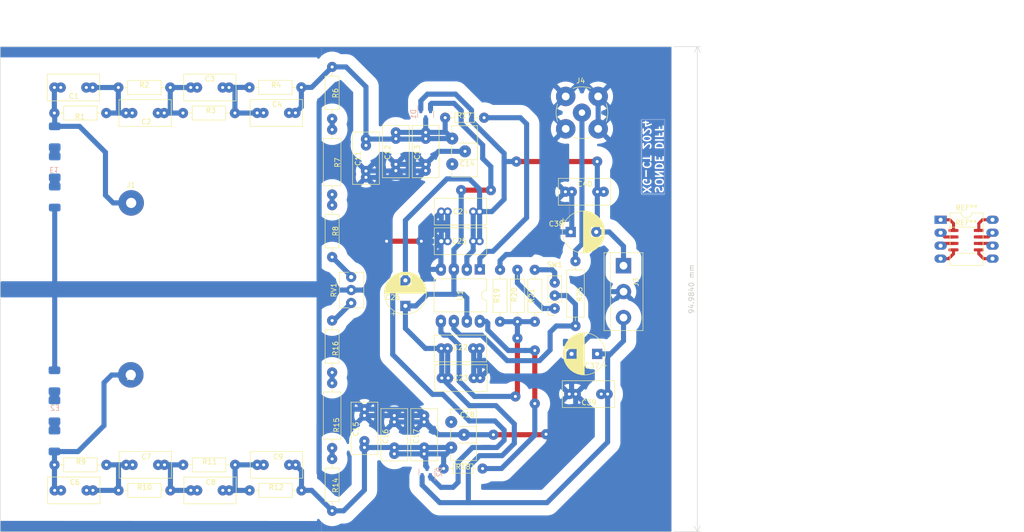
<source format=kicad_pcb>
(kicad_pcb (version 20221018) (generator pcbnew)
  (layers (0 "F.Cu" signal) (31 "B.Cu" signal) (34 "B.Paste" user) (35 "F.Paste" user) (36 "B.SilkS" user "B.Silkscreen") (37 "F.SilkS" user "F.Silkscreen") (38 "B.Mask" user) (39 "F.Mask" user) (44 "Edge.Cuts" user))
  (net 0 "")
  (net 1 "Net-(J1-Pin_1)")
  (net 2 "Net-(C1-Pad2)")
  (net 3 "Net-(C2-Pad2)")
  (net 4 "Net-(C3-Pad2)")
  (net 5 "Net-(C15-Pad1)")
  (net 6 "Net-(C11-Pad1)")
  (net 7 "Net-(J2-Pin_1)")
  (net 8 "Net-(C6-Pad2)")
  (net 9 "Net-(C7-Pad2)")
  (net 10 "Net-(C8-Pad2)")
  (net 11 "GNDPWR")
  (net 12 "VCC")
  (net 13 "VEE")
  (net 14 "Net-(J4-In)")
  (net 15 "Net-(R6-Pad2)")
  (net 16 "Net-(R7-Pad2)")
  (net 17 "Net-(R8-Pad2)")
  (net 18 "Net-(R14-Pad2)")
  (net 19 "Net-(R15-Pad2)")
  (net 20 "Net-(R16-Pad2)")
  (net 21 "Net-(U1-+)")
  (net 22 "Net-(U1--)")
  (net 23 "Net-(U1-FB)")
  (net 24 "Net-(SW1A-A)")
  (net 25 "Net-(SW1A-C)")
  (net 26 "Net-(SW1A-B)")
  (footprint "Connector_PinSocket_2.54mm:PinSocket_1x03_P2.54mm_Vertical" (layer "F.Cu") (at 158.496 119.38 180)
    (fp_text reference "SW1")
    (fp_text value "SW_DPDT_x2" hide)
  )
  (footprint "Resistor_THT:R_Axial_DIN0207_L6.3mm_D2.5mm_P10.16mm_Horizontal" (layer "F.Cu") (at 85.8 150)
    (fp_text reference "R11")
    (fp_text value "1M")
  )
  (footprint "Connector_Coaxial:BNC_TEConnectivity_1478204_Vertical" (layer "F.Cu") (at 163.825 81.025)
    (fp_text reference "J4")
    (fp_text value "Conn_Coaxial" hide)
  )
  (footprint "Package_SO:SOIC-8_3.9x4.9mm_P1.27mm" (layer "F.Cu") (at 239 106)
    (fp_text reference "REF**")
    (fp_text value "SOIC-8_3.9x4.9mm_P1.27mm")
  )
  (footprint "Capacitor_THT:C_Rect_L10.0mm_W5.0mm_P5.00mm_P7.50mm" (layer "F.Cu") (at 60.65 155)
    (fp_text reference "C6")
    (fp_text value "10p")
  )
  (footprint "Resistor_THT:R_Axial_DIN0204_L3.6mm_D1.6mm_P7.62mm_Horizontal" (layer "F.Cu") (at 137.064 82.016)
    (fp_text reference "R17")
    (fp_text value "1500")
  )
  (footprint "Resistor_THT:R_Axial_DIN0207_L6.3mm_D2.5mm_P10.16mm_Horizontal" (layer "F.Cu") (at 114.95 99.15 -90)
    (fp_text reference "R8")
    (fp_text value "64")
  )
  (footprint "Potentiometer_THT:Potentiometer_ACP_CA9-H2,5_Horizontal" (layer "F.Cu") (at 138.25 141.6)
    (fp_text reference "C18")
    (fp_text value "8p")
  )
  (footprint "Resistor_THT:R_Axial_DIN0207_L6.3mm_D2.5mm_P10.16mm_Horizontal" (layer "F.Cu") (at 114.95 72.07 -90)
    (fp_text reference "R6")
    (fp_text value "15k")
  )
  (footprint "Resistor_THT:R_Axial_DIN0207_L6.3mm_D2.5mm_P10.16mm_Horizontal" (layer "F.Cu") (at 114.95 159 90)
    (fp_text reference "R14")
    (fp_text value "15k")
  )
  (footprint "Capacitor_THT:CP_Radial_D8.0mm_P5.00mm" (layer "F.Cu") (at 129.286 118.872 90)
    (fp_text reference "C26")
    (fp_text value "4.7u")
  )
  (footprint "Resistor_THT:R_Axial_DIN0207_L6.3mm_D2.5mm_P10.16mm_Horizontal" (layer "F.Cu") (at 73.12 76.1)
    (fp_text reference "R2")
    (fp_text value "1M")
  )
  (footprint "Resistor_THT:R_Axial_DIN0207_L6.3mm_D2.5mm_P10.16mm_Horizontal" (layer "F.Cu") (at 73.15 155)
    (fp_text reference "R10")
    (fp_text value "1M")
  )
  (footprint "Capacitor_THT:C_Rect_L10.0mm_W5.0mm_P5.00mm_P7.50mm" (layer "F.Cu") (at 143.8 100.4 180)
    (fp_text reference "C24")
    (fp_text value "100p")
  )
  (footprint "Capacitor_THT:CP_Radial_D8.0mm_P5.00mm" (layer "F.Cu") (at 166.798 128.27 180)
    (fp_text reference "C37")
    (fp_text value "10u")
  )
  (footprint "Resistor_THT:R_Axial_DIN0207_L6.3mm_D2.5mm_P10.16mm_Horizontal" (layer "F.Cu") (at 114.95 131.9 90)
    (fp_text reference "R16")
    (fp_text value "64")
  )
  (footprint "Resistor_THT:R_Axial_DIN0207_L6.3mm_D2.5mm_P10.16mm_Horizontal" (layer "F.Cu") (at 154.6 121.96 90)
    (fp_text reference "R21")
    (fp_text value "105000")
  )
  (footprint "Capacitor_THT:C_Rect_L10.0mm_W5.0mm_P5.00mm_P7.50mm" (layer "F.Cu") (at 121.27 146.6 90)
    (fp_text reference "C15")
    (fp_text value "470p")
  )
  (footprint "Resistor_THT:R_Axial_DIN0309_L9.0mm_D3.2mm_P12.70mm_Horizontal" (layer "F.Cu") (at 162.56 122.8 90)
    (fp_text reference "R25")
    (fp_text value "50")
  )
  (footprint "Capacitor_THT:C_Rect_L10.0mm_W5.0mm_P5.00mm_P7.50mm" (layer "F.Cu") (at 121.57 86.2 -90)
    (fp_text reference "C11")
    (fp_text value "470p")
  )
  (footprint "Xg_lib_pcb:PIN_3mm" (layer "F.Cu") (at 75.55 132.375)
    (fp_text reference "J2")
    (fp_text value "Conn_01x01" hide)
  )
  (footprint "Capacitor_THT:C_Rect_L10.0mm_W5.0mm_P5.00mm_P7.50mm" (layer "F.Cu") (at 100.3 150)
    (fp_text reference "C9")
    (fp_text value "10p")
  )
  (footprint "Resistor_THT:R_Axial_DIN0309_L9.0mm_D3.2mm_P12.70mm_Horizontal" (layer "F.Cu") (at 114.95 146.7 90)
    (fp_text reference "R15")
    (fp_text value "2.2k")
  )
  (footprint "Resistor_THT:R_Axial_DIN0207_L6.3mm_D2.5mm_P10.16mm_Horizontal" (layer "F.Cu") (at 60.6 81.1)
    (fp_text reference "R1")
    (fp_text value "1M")
  )
  (footprint "Resistor_THT:R_Axial_DIN0207_L6.3mm_D2.5mm_P10.16mm_Horizontal" (layer "F.Cu") (at 147.8 111.8 -90)
    (fp_text reference "R19")
    (fp_text value "5000")
  )
  (footprint "Potentiometer_THT:Potentiometer_Bourns_3266Y_Vertical" (layer "F.Cu") (at 118.675 113.225 90)
    (fp_text reference "RV1")
    (fp_text value "2K")
  )
  (footprint "Capacitor_THT:C_Rect_L10.0mm_W5.0mm_P5.00mm_P7.50mm" (layer "F.Cu") (at 160.588 96.52)
    (fp_text reference "C40")
    (fp_text value "100n")
  )
  (footprint "Capacitor_THT:C_Rect_L10.0mm_W5.0mm_P5.00mm_P7.50mm" (layer "F.Cu") (at 133.254 84.89 -90)
    (fp_text reference "C13")
    (fp_text value "22p")
  )
  (footprint "Capacitor_THT:C_Rect_L10.0mm_W5.0mm_P5.00mm_P7.50mm" (layer "F.Cu") (at 168.85 136.144 180)
    (fp_text reference "C39")
    (fp_text value "100n")
  )
  (footprint "Resistor_THT:R_Axial_DIN0204_L3.6mm_D1.6mm_P7.62mm_Horizontal" (layer "F.Cu") (at 136.764 150.724)
    (fp_text reference "R18")
    (fp_text value "1500")
  )
  (footprint "Xg_lib_pcb:PIN_3mm" (layer "F.Cu") (at 50.625 83.7)
    (fp_text reference "J1")
    (fp_text value "Conn_01x01" hide)
  )
  (footprint "Capacitor_THT:C_Rect_L10.0mm_W5.0mm_P5.00mm_P7.50mm" (layer "F.Cu") (at 127.412 84.89 -90)
    (fp_text reference "C12")
    (fp_text value "47p")
  )
  (footprint "Capacitor_THT:C_Rect_L10.0mm_W5.0mm_P5.00mm_P7.50mm" (layer "F.Cu") (at 132.954 147.85 90)
    (fp_text reference "C17")
    (fp_text value "22p")
  )
  (footprint "Capacitor_THT:C_Rect_L10.0mm_W5.0mm_P5.00mm_P7.50mm" (layer "F.Cu") (at 87.3 155)
    (fp_text reference "C8")
    (fp_text value "10p")
  )
  (footprint "Capacitor_THT:C_Rect_L10.0mm_W5.0mm_P5.00mm_P7.50mm" (layer "F.Cu") (at 60.6 76.1)
    (fp_text reference "C1")
    (fp_text value "10p")
  )
  (footprint "Resistor_THT:R_Axial_DIN0207_L6.3mm_D2.5mm_P10.16mm_Horizontal" (layer "F.Cu") (at 98.77 76.075)
    (fp_text reference "R4")
    (fp_text value "1M")
  )
  (footprint "Resistor_THT:R_Axial_DIN0207_L6.3mm_D2.5mm_P10.16mm_Horizontal" (layer "F.Cu") (at 60.62 150)
    (fp_text reference "R9")
    (fp_text value "1M")
  )
  (footprint "Capacitor_THT:C_Rect_L10.0mm_W5.0mm_P5.00mm_P7.50mm" (layer "F.Cu") (at 87.275 76.1)
    (fp_text reference "C3")
    (fp_text value "10p")
  )
  (footprint "TerminalBlock:TerminalBlock_bornier-3_P5.08mm" (layer "F.Cu") (at 171.958 110.998 -90)
    (fp_text reference "J3")
    (fp_text value "Conn_01x03" hide)
  )
  (footprint "Capacitor_THT:C_Rect_L10.0mm_W5.0mm_P5.00mm_P7.50mm" (layer "F.Cu") (at 143.8 106.2 180)
    (fp_text reference "C25")
    (fp_text value "100n")
  )
  (footprint "Resistor_THT:R_Axial_DIN0207_L6.3mm_D2.5mm_P10.16mm_Horizontal" (layer "F.Cu") (at 98.795 155)
    (fp_text reference "R12")
    (fp_text value "1M")
  )
  (footprint "Resistor_THT:R_Axial_DIN0207_L6.3mm_D2.5mm_P10.16mm_Horizontal" (layer "F.Cu") (at 85.77 81.1)
    (fp_text reference "R3")
    (fp_text value "1M")
  )
  (footprint "Package_DIP:DIP-8_W10.16mm_LongPads" (layer "F.Cu") (at 234 102)
    (fp_text reference "REF**")
    (fp_text value "DIP-8_W10.16mm_LongPads")
  )
  (footprint "Capacitor_THT:C_Rect_L10.0mm_W5.0mm_P5.00mm_P7.50mm" (layer "F.Cu") (at 136.4 133)
    (fp_text reference "C23")
    (fp_text value "100p")
  )
  (footprint "Capacitor_THT:C_Rect_L10.0mm_W5.0mm_P5.00mm_P7.50mm" (layer "F.Cu") (at 100.275 81.075)
    (fp_text reference "C4")
    (fp_text value "10p")
  )
  (footprint "Resistor_THT:R_Axial_DIN0309_L9.0mm_D3.2mm_P12.70mm_Horizontal" (layer "F.Cu") (at 114.95 84.35 -90)
    (fp_text reference "R7")
    (fp_text value "2.2k")
  )
  (footprint "Capacitor_THT:C_Rect_L10.0mm_W5.0mm_P5.00mm_P7.50mm" (layer "F.Cu") (at 136.3 127.2)
    (fp_text reference "C22")
    (fp_text value "100n")
  )
  (footprint "Capacitor_THT:C_Rect_L10.0mm_W5.0mm_P5.00mm_P7.50mm" (layer "F.Cu") (at 74.65 150)
    (fp_text reference "C7")
    (fp_text value "10p")
  )
  (footprint "Capacitor_THT:CP_Radial_D8.0mm_P5.00mm" (layer "F.Cu") (at 161.624 104.394)
    (fp_text reference "C38")
    (fp_text value "10u")
  )
  (footprint "Resistor_THT:R_Axial_DIN0207_L6.3mm_D2.5mm_P10.16mm_Horizontal" (layer "F.Cu") (at 151.2 121.96 90)
    (fp_text reference "R20")
    (fp_text value "6000")
  )
  (footprint "Capacitor_THT:C_Rect_L10.0mm_W5.0mm_P5.00mm_P7.50mm" (layer "F.Cu") (at 74.6 81.1)
    (fp_text reference "C2")
    (fp_text value "10p")
  )
  (footprint "Capacitor_THT:C_Rect_L10.0mm_W5.0mm_P5.00mm_P7.50mm" (layer "F.Cu") (at 127.112 147.85 90)
    (fp_text reference "C16")
    (fp_text value "47p")
  )
  (footprint "Potentiometer_THT:Potentiometer_ACP_CA9-H2,5_Horizontal" (layer "F.Cu") (at 138.45 86.1)
    (fp_text reference "C14")
    (fp_text value "8p")
  )
  (footprint "Package_DIP:DIP-8_W10.16mm" (layer "F.Cu") (at 143.85 111.72 -90)
    (fp_text reference "U1")
    (fp_text value "~" hide)
  )
  (footprint "Xg_lib_pcb:Spark_gap_1200" (layer "B.Cu") (at 60.566 91.704)
    (fp_text reference "E1")
    (fp_text value "SparkGap")
  )
  (footprint "Package_TO_SOT_SMD:SOT-23" (layer "B.Cu") (at 133.508 151.4075 90)
    (fp_text reference "D2")
    (fp_text value "BAV99")
  )
  (footprint "Package_TO_SOT_SMD:SOT-23" (layer "B.Cu") (at 133.254 81.3325 -90)
    (fp_text reference "D1")
    (fp_text value "BAV99")
  )
  (footprint "Xg_lib_pcb:Spark_gap_1200" (layer "B.Cu") (at 60.72 139.38 180)
    (fp_text reference "E2")
    (fp_text value "SparkGap")
  )
  (gr_rect (start 50.038 68.1) (end 181.356 163.084) (stroke (width 0.1)) (fill none) (layer "Edge.Cuts"))
  (gr_text "SONDE DIFF\nXG-CT 2024" (at 175.6 97 -90) (layer "B.Cu" knockout) (effects (font (size 1.5 1.5) (thickness 0.3) bold) (justify left bottom mirror)))
  (dimension (type aligned) (layer "Edge.Cuts") (pts (xy 181.356 68.1) (xy 181.356 163.084)) (height -5.044) (gr_text "94,9840 mm" (at 185.25 115.592 90) (layer "Edge.Cuts") (effects (font (size 1 1) (thickness 0.15)))) (format (prefix "") (suffix "") (units 3) (units_format 1) (precision 4)) (style (thickness 0.1) (arrow_length 1.27) (text_position_mode 0) (extension_height 0.58642) (extension_offset 0.5) keep_text_aligned))
  (segment (start 241.475 107.905) (end 241.475 108.675) (width 0.6) (layer "F.Cu") (net 0))
  (segment (start 234.825 105.365) (end 234 104.54) (width 0.6) (layer "F.Cu") (net 0))
  (segment (start 236.525 105.365) (end 234.825 105.365) (width 0.6) (layer "F.Cu") (net 0))
  (segment (start 235.58 109.62) (end 236.525 108.675) (width 0.6) (layer "F.Cu") (net 0))
  (segment (start 235.8 102) (end 234 102) (width 0.6) (layer "F.Cu") (net 0))
  (segment (start 243.335 105.365) (end 244.16 104.54) (width 0.6) (layer "F.Cu") (net 0))
  (segment (start 241.475 106.635) (end 243.715 106.635) (width 0.6) (layer "F.Cu") (net 0))
  (segment (start 241.475 104.095) (end 241.475 102.725) (width 0.6) (layer "F.Cu") (net 0))
  (segment (start 242.42 109.62) (end 244.16 109.62) (width 0.6) (layer "F.Cu") (net 0))
  (segment (start 242.2 102) (end 244.16 102) (width 0.6) (layer "F.Cu") (net 0))
  (segment (start 243.715 106.635) (end 244.16 107.08) (width 0.6) (layer "F.Cu") (net 0))
  (segment (start 241.475 102.725) (end 242.2 102) (width 0.6) (layer "F.Cu") (net 0))
  (segment (start 241.475 108.675) (end 242.42 109.62) (width 0.6) (layer "F.Cu") (net 0))
  (segment (start 234.445 106.635) (end 234 107.08) (width 0.6) (layer "F.Cu") (net 0))
  (segment (start 241.475 105.365) (end 243.335 105.365) (width 0.6) (layer "F.Cu") (net 0))
  (segment (start 236.525 108.675) (end 236.525 107.905) (width 0.6) (layer "F.Cu") (net 0))
  (segment (start 236.525 102.725) (end 235.8 102) (width 0.6) (layer "F.Cu") (net 0))
  (segment (start 236.525 106.635) (end 234.445 106.635) (width 0.6) (layer "F.Cu") (net 0))
  (segment (start 236.525 104.095) (end 236.525 102.725) (width 0.6) (layer "F.Cu") (net 0))
  (segment (start 234 109.62) (end 235.58 109.62) (width 0.6) (layer "F.Cu") (net 0))
  (segment (start 70.6 88.8) (end 70.6 97.2) (width 1) (layer "B.Cu") (net 1))
  (segment (start 70.6 97.2) (end 72.1 98.7) (width 1) (layer "B.Cu") (net 1))
  (segment (start 60.666 83.704) (end 60.666 81.026) (width 1) (layer "B.Cu") (net 1))
  (segment (start 61.85 76.1) (end 60.6 76.1) (width 1) (layer "B.Cu") (net 1))
  (segment (start 60.666 83.704) (end 65.504 83.704) (width 1) (layer "B.Cu") (net 1))
  (segment (start 60.746 80.946) (end 60.666 81.026) (width 1) (layer "B.Cu") (net 1))
  (segment (start 65.504 83.704) (end 70.6 88.8) (width 1) (layer "B.Cu") (net 1))
  (segment (start 60.6 81.1) (end 60.6 76.1) (width 1) (layer "B.Cu") (net 1))
  (segment (start 72.1 98.7) (end 75.625 98.7) (width 1) (layer "B.Cu") (net 1))
  (segment (start 73.12 81.08) (end 73.1 81.1) (width 1) (layer "B.Cu") (net 2))
  (segment (start 73.12 76.1) (end 73.12 81.08) (width 1) (layer "B.Cu") (net 2))
  (segment (start 70.76 81.1) (end 73.1 81.1) (width 1) (layer "B.Cu") (net 2))
  (segment (start 73.1 81.1) (end 75.85 81.1) (width 1) (layer "B.Cu") (net 2))
  (segment (start 66.85 76.1) (end 73.12 76.1) (width 1) (layer "B.Cu") (net 2))
  (segment (start 83.28 81.08) (end 83.3 81.1) (width 1) (layer "B.Cu") (net 3))
  (segment (start 83.3 81.1) (end 85.77 81.1) (width 1) (layer "B.Cu") (net 3))
  (segment (start 88.525 76.1) (end 83.28 76.1) (width 1) (layer "B.Cu") (net 3))
  (segment (start 83.28 76.1) (end 83.28 81.08) (width 1) (layer "B.Cu") (net 3))
  (segment (start 80.85 81.1) (end 83.3 81.1) (width 1) (layer "B.Cu") (net 3))
  (segment (start 95.93 81.1) (end 95.93 76.105) (width 1) (layer "B.Cu") (net 4))
  (segment (start 95.9 76.075) (end 93.55 76.075) (width 1) (layer "B.Cu") (net 4))
  (segment (start 101.5 81.1) (end 101.525 81.075) (width 1) (layer "B.Cu") (net 4))
  (segment (start 95.93 76.105) (end 95.9 76.075) (width 1) (layer "B.Cu") (net 4))
  (segment (start 98.77 76.075) (end 95.9 76.075) (width 1) (layer "B.Cu") (net 4))
  (segment (start 93.55 76.075) (end 93.525 76.1) (width 1) (layer "B.Cu") (net 4))
  (segment (start 95.93 81.1) (end 101.5 81.1) (width 1) (layer "B.Cu") (net 4))
  (segment (start 107.8 150) (end 108.95 151.15) (width 1) (layer "B.Cu") (net 5))
  (segment (start 108.955 155) (end 110.95 155) (width 1) (layer "B.Cu") (net 5))
  (segment (start 121.57 146.6) (end 133.254 146.6) (width 1) (layer "B.Cu") (net 5))
  (segment (start 137.064 148.086) (end 137.3 147.85) (width 1) (layer "B.Cu") (net 5))
  (segment (start 133.254 147.85) (end 127.412 147.85) (width 1) (layer "B.Cu") (net 5))
  (segment (start 108.95 151.15) (end 108.95 151.4) (width 1) (layer "B.Cu") (net 5))
  (segment (start 108.95 151.4) (end 108.955 151.405) (width 1) (layer "B.Cu") (net 5))
  (segment (start 133.254 150.216) (end 133.508 150.47) (width 1) (layer "B.Cu") (net 5))
  (segment (start 121.27 146.6) (end 121.27 154.93) (width 1) (layer "B.Cu") (net 5))
  (segment (start 121.27 154.93) (end 117.2 159) (width 1) (layer "B.Cu") (net 5))
  (segment (start 110.95 155) (end 114.95 159) (width 1) (layer "B.Cu") (net 5))
  (segment (start 106.55 150) (end 107.8 150) (width 1) (layer "B.Cu") (net 5))
  (segment (start 136.764 148.386) (end 137.3 147.85) (width 1) (layer "B.Cu") (net 5))
  (segment (start 133.254 147.85) (end 137.3 147.85) (width 1) (layer "B.Cu") (net 5))
  (segment (start 136.764 150.724) (end 136.764 148.386) (width 1) (layer "B.Cu") (net 5))
  (segment (start 133.254 146.6) (end 133.254 147.85) (width 1) (layer "B.Cu") (net 5))
  (segment (start 137.3 147.85) (end 138.55 146.6) (width 1) (layer "B.Cu") (net 5))
  (segment (start 117.2 159) (end 114.95 159) (width 1) (layer "B.Cu") (net 5))
  (segment (start 108.955 151.405) (end 108.955 155) (width 1) (layer "B.Cu") (net 5))
  (segment (start 121.27 145.35) (end 121.27 146.6) (width 1) (layer "B.Cu") (net 5))
  (segment (start 127.112 146.6) (end 127.112 147.85) (width 1) (layer "B.Cu") (net 5))
  (segment (start 133.254 147.85) (end 133.254 150.216) (width 1) (layer "B.Cu") (net 5))
  (segment (start 138.55 146.6) (end 133.254 146.6) (width 1) (layer "B.Cu") (net 5))
  (segment (start 133.254 84.89) (end 136.888 84.89) (width 1) (layer "B.Cu") (net 6))
  (segment (start 106.525 81.075) (end 107.775 81.075) (width 1) (layer "B.Cu") (net 6))
  (segment (start 138.45 86.1) (end 133.294 86.1) (width 1) (layer "B.Cu") (net 6))
  (segment (start 133.254 84.89) (end 133.254 82.27) (width 1) (layer "B.Cu") (net 6))
  (segment (start 108.93 76.075) (end 108.93 79.92) (width 1) (layer "B.Cu") (net 6))
  (segment (start 133.294 86.1) (end 133.254 86.14) (width 1) (layer "B.Cu") (net 6))
  (segment (start 121.57 86.2) (end 133.194 86.2) (width 1) (layer "B.Cu") (net 6))
  (segment (start 137.064 82.016) (end 137.064 84.714) (width 1) (layer "B.Cu") (net 6))
  (segment (start 108.93 76.075) (end 110.945 76.075) (width 1) (layer "B.Cu") (net 6))
  (segment (start 117.67 72.07) (end 114.95 72.07) (width 1) (layer "B.Cu") (net 6))
  (segment (start 108.93 79.92) (end 107.775 81.075) (width 1) (layer "B.Cu") (net 6))
  (segment (start 133.194 86.2) (end 133.254 86.14) (width 1) (layer "B.Cu") (net 6))
  (segment (start 121.57 86.2) (end 121.57 75.97) (width 1) (layer "B.Cu") (net 6))
  (segment (start 127.412 84.89) (end 133.254 84.89) (width 1) (layer "B.Cu") (net 6))
  (segment (start 121.57 75.97) (end 117.67 72.07) (width 1) (layer "B.Cu") (net 6))
  (segment (start 136.888 84.89) (end 137.064 84.714) (width 1) (layer "B.Cu") (net 6))
  (segment (start 110.945 76.075) (end 114.95 72.07) (width 1) (layer "B.Cu") (net 6))
  (segment (start 137.064 84.714) (end 138.45 86.1) (width 1) (layer "B.Cu") (net 6))
  (segment (start 60.62 154.97) (end 60.65 155) (width 1) (layer "B.Cu") (net 7))
  (segment (start 70.315 142.304) (end 70.315 133.904) (width 1) (layer "B.Cu") (net 7))
  (segment (start 60.62 150) (end 60.62 154.97) (width 1) (layer "B.Cu") (net 7))
  (segment (start 71.815 132.404) (end 75.34 132.404) (width 1) (layer "B.Cu") (net 7))
  (segment (start 70.315 133.904) (end 71.815 132.404) (width 1) (layer "B.Cu") (net 7))
  (segment (start 60.62 150) (end 60.62 147.38) (width 1) (layer "B.Cu") (net 7))
  (segment (start 65.219 147.4) (end 70.315 142.304) (width 1) (layer "B.Cu") (net 7))
  (segment (start 61.9 155) (end 60.65 155) (width 1) (layer "B.Cu") (net 7))
  (segment (start 60.381 147.4) (end 65.219 147.4) (width 1) (layer "B.Cu") (net 7))
  (segment (start 75.9 150) (end 73.1 150) (width 1) (layer "B.Cu") (net 8))
  (segment (start 73.15 155) (end 73.15 150.05) (width 1) (layer "B.Cu") (net 8))
  (segment (start 73.1 150) (end 70.78 150) (width 1) (layer "B.Cu") (net 8))
  (segment (start 73.15 150.05) (end 73.1 150) (width 1) (layer "B.Cu") (net 8))
  (segment (start 66.9 155) (end 73.15 155) (width 1) (layer "B.Cu") (net 8))
  (segment (start 83.3 150) (end 80.9 150) (width 1) (layer "B.Cu") (net 9))
  (segment (start 83.31 150.01) (end 83.3 150) (width 1) (layer "B.Cu") (net 9))
  (segment (start 88.55 155) (end 83.31 155) (width 1) (layer "B.Cu") (net 9))
  (segment (start 85.8 150) (end 83.3 150) (width 1) (layer "B.Cu") (net 9))
  (segment (start 83.31 155) (end 83.31 150.01) (width 1) (layer "B.Cu") (net 9))
  (segment (start 95.96 154.96) (end 96 155) (width 1) (layer "B.Cu") (net 10))
  (segment (start 101.55 150) (end 95.96 150) (width 1) (layer "B.Cu") (net 10))
  (segment (start 96 155) (end 98.795 155) (width 1) (layer "B.Cu") (net 10))
  (segment (start 93.55 155) (end 96 155) (width 1) (layer "B.Cu") (net 10))
  (segment (start 95.96 150) (end 95.96 154.96) (width 1) (layer "B.Cu") (net 10))
  (segment (start 146.5 144.1) (end 156.7 144.1) (width 1) (layer "F.Cu") (net 11))
  (segment (start 156.7 144.1) (end 156.8 144) (width 1) (layer "F.Cu") (net 11))
  (segment (start 132.4 106.2) (end 125.6 106.2) (width 1) (layer "F.Cu") (net 11))
  (via (at 132.4 106.2) (size 2) (drill 0.6) (layers "F.Cu" "B.Cu") (net 11))
  (via (at 146.5 144.1) (size 2) (drill 0.6) (layers "F.Cu" "B.Cu") (net 11))
  (via (at 125.6 106.2) (size 2) (drill 0.6) (layers "F.Cu" "B.Cu") (net 11))
  (via (at 156.8 144) (size 2) (drill 0.6) (layers "F.Cu" "B.Cu") (net 11))
  (segment (start 153.8 108.8) (end 149 108.8) (width 1) (layer "B.Cu") (net 11))
  (segment (start 133.254 141.6) (end 127.412 141.6) (width 1) (layer "B.Cu") (net 11))
  (segment (start 166.4 123.668) (end 166.4 117.2) (width 1) (layer "B.Cu") (net 11))
  (segment (start 60.666 131.434) (end 60.62 131.48) (width 1) (layer "B.Cu") (net 11))
  (segment (start 60.366 131.226) (end 60.62 131.48) (width 1) (layer "B.Cu") (net 11))
  (segment (start 143.8 132.9) (end 143.9 133) (width 1) (layer "B.Cu") (net 11))
  (segment (start 156.606 104.394) (end 155.2 105.8) (width 1) (layer "B.Cu") (net 11))
  (segment (start 137.55 106.2) (end 137.55 100.4) (width 1) (layer "B.Cu") (net 11))
  (segment (start 161.798 128.27) (end 161.798 135.342) (width 1) (layer "B.Cu") (net 11))
  (segment (start 142.65 133) (end 142.65 127.3) (width 1) (layer "B.Cu") (net 11))
  (segment (start 161.798 135.342) (end 162.6 136.144) (width 1) (layer "B.Cu") (net 11))
  (segment (start 121.27 139.1) (end 115.7 139.1) (width 1) (layer "B.Cu") (net 11))
  (segment (start 143.8 127.2) (end 143.8 132.9) (width 1) (layer "B.Cu") (net 11))
  (segment (start 167.678 116.078) (end 171.958 116.078) (width 1) (layer "B.Cu") (net 11))
  (segment (start 114.2 115.8) (end 114.235 115.765) (width 1) (layer "B.Cu") (net 11))
  (segment (start 140.95 88.6) (end 135.794 88.6) (width 1) (layer "B.Cu") (net 11))
  (segment (start 161.624 104.394) (end 156.606 104.394) (width 1) (layer "B.Cu") (net 11))
  (segment (start 167.6 116) (end 167.678 116.078) (width 1) (layer "B.Cu") (net 11))
  (segment (start 127.412 91.14) (end 127.412 92.39) (width 1) (layer "B.Cu") (net 11))
  (segment (start 135.754 144.1) (end 133.254 141.6) (width 1) (layer "B.Cu") (net 11))
  (segment (start 162.6 142.4) (end 162.6 136.144) (width 1) (layer "B.Cu") (net 11))
  (segment (start 121.57 92.45) (end 133.194 92.45) (width 1) (layer "B.Cu") (net 11))
  (segment (start 135.794 88.6) (end 133.254 91.14) (width 1) (layer "B.Cu") (net 11))
  (segment (start 118.675 115.765) (end 122.435 115.765) (width 1) (layer "B.Cu") (net 11))
  (segment (start 136.3 106.2) (end 132.4 106.2) (width 1) (layer "B.Cu") (net 11))
  (segment (start 161.798 128.27) (end 166.4 123.668) (width 1) (layer "B.Cu") (net 11))
  (segment (start 121.57 140.35) (end 133.254 140.35) (width 1) (layer "B.Cu") (net 11))
  (segment (start 166.4 117.2) (end 167.6 116) (width 1) (layer "B.Cu") (net 11))
  (segment (start 136.23 111.72) (end 136.23 106.27) (width 1) (layer "B.Cu") (net 11))
  (segment (start 146.6 144.2) (end 146.5 144.1) (width 1) (layer "B.Cu") (net 11))
  (segment (start 131.944 93.7) (end 133.254 92.39) (width 1) (layer "B.Cu") (net 11))
  (segment (start 161.838 104.18) (end 161.624 104.394) (width 1) (layer "B.Cu") (net 11))
  (segment (start 149 108.8) (end 147.8 110) (width 1) (layer "B.Cu") (net 11))
  (segment (start 142.65 127.3) (end 142.55 127.2) (width 1) (layer "B.Cu") (net 11))
  (segment (start 147.8 110) (end 147.8 111.8) (width 1) (layer "B.Cu") (net 11))
  (segment (start 112.4 142.4) (end 112.4 151.6) (width 1) (layer "B.Cu") (net 11))
  (segment (start 122.435 115.765) (end 125.6 112.6) (width 1) (layer "B.Cu") (net 11))
  (segment (start 118.675 115.765) (end 114.235 115.765) (width 1) (layer "B.Cu") (net 11))
  (segment (start 136.23 106.27) (end 136.3 106.2) (width 1) (layer "B.Cu") (net 11))
  (segment (start 161.838 96.52) (end 161.838 104.18) (width 1) (layer "B.Cu") (net 11))
  (segment (start 133.194 92.45) (end 133.254 92.39) (width 1) (layer "B.Cu") (net 11))
  (segment (start 156.8 144) (end 161 144) (width 1) (layer "B.Cu") (net 11))
  (segment (start 167 77.85) (end 167 84.2) (width 1) (layer "B.Cu") (net 11))
  (segment (start 141.05 144.1) (end 135.754 144.1) (width 1) (layer "B.Cu") (net 11))
  (segment (start 140.75 144.1) (end 146.5 144.1) (width 1) (layer "B.Cu") (net 11))
  (segment (start 155.2 107.4) (end 153.8 108.8) (width 1) (layer "B.Cu") (net 11))
  (segment (start 125.6 112.6) (end 125.6 106.2) (width 1) (layer "B.Cu") (net 11))
  (segment (start 121.57 139.1) (end 132.004 139.1) (width 1) (layer "B.Cu") (net 11))
  (segment (start 121.27 139.1) (end 121.27 140.35) (width 1) (layer "B.Cu") (net 11))
  (segment (start 161 144) (end 162.6 142.4) (width 1) (layer "B.Cu") (net 11))
  (segment (start 161.838 96.52) (end 160.588 96.52) (width 1) (layer "B.Cu") (net 11))
  (segment (start 133.254 91.14) (end 127.412 91.14) (width 1) (layer "B.Cu") (net 11))
  (segment (start 155.2 105.8) (end 155.2 107.4) (width 1) (layer "B.Cu") (net 11))
  (segment (start 132.004 139.1) (end 133.254 140.35) (width 1) (layer "B.Cu") (net 11))
  (segment (start 121.57 93.7) (end 131.944 93.7) (width 1) (layer "B.Cu") (net 11))
  (segment (start 112.4 151.6) (end 112.4 79) (width 1) (layer "B.Cu") (net 11))
  (segment (start 115.7 139.1) (end 112.4 142.4) (width 1) (layer "B.Cu") (net 11))
  (segment (start 136.3 100.4) (end 136.3 106.2) (width 1) (layer "B.Cu") (net 11))
  (segment (start 60.666 99.604) (end 60.666 131.434) (width 1) (layer "B.Cu") (net 11))
  (segment (start 140.2 96.2) (end 146 96.2) (width 1) (layer "F.Cu") (net 12))
  (via (at 146 96.2) (size 2) (drill 0.6) (layers "F.Cu" "B.Cu") (net 12))
  (via (at 140.2 96.2) (size 2) (drill 0.6) (layers "F.Cu" "B.Cu") (net 12))
  (segment (start 141.6 150.4) (end 143.8 148.2) (width 1) (layer "B.Cu") (net 12))
  (segment (start 138.77 111.72) (end 138.77 116.57) (width 1) (layer "B.Cu") (net 12))
  (segment (start 150.6 142) (end 147 138.4) (width 1) (layer "B.Cu") (net 12))
  (segment (start 136.4 133) (end 136.4 127.3) (width 1) (layer "B.Cu") (net 12))
  (segment (start 140.6 116.6) (end 141.31 117.31) (width 1) (layer "B.Cu") (net 12))
  (segment (start 169.418 128.27) (end 168.85 128.838) (width 1) (layer "B.Cu") (net 12))
  (segment (start 168.85 145.55) (end 157 157.4) (width 1) (layer "B.Cu") (net 12))
  (segment (start 132.558 153.958) (end 136 157.4) (width 1) (layer "B.Cu") (net 12))
  (segment (start 169.418 128.27) (end 171.958 125.73) (width 1) (layer "B.Cu") (net 12))
  (segment (start 136 157.4) (end 141.6 157.4) (width 1) (layer "B.Cu") (net 12))
  (segment (start 150.6 145.8) (end 150.6 142) (width 1) (layer "B.Cu") (net 12))
  (segment (start 133.6 116.6) (end 138.8 116.6) (width 1) (layer "B.Cu") (net 12))
  (segment (start 148.2 148.2) (end 150.6 145.8) (width 1) (layer "B.Cu") (net 12))
  (segment (start 134.204 80.395) (end 134.204 79.396) (width 1) (layer "B.Cu") (net 12))
  (segment (start 141.31 117.31) (end 141.31 121.88) (width 1) (layer "B.Cu") (net 12))
  (segment (start 134.4 79.2) (end 138.8 79.2) (width 1) (layer "B.Cu") (net 12))
  (segment (start 131.328 118.872) (end 133.6 116.6) (width 1) (layer "B.Cu") (net 12))
  (segment (start 143.8 148.2) (end 148.2 148.2) (width 1) (layer "B.Cu") (net 12))
  (segment (start 137.55 132.9) (end 137.65 133) (width 1) (layer "B.Cu") (net 12))
  (segment (start 171.958 121.158) (end 171.958 125.73) (width 1) (layer "B.Cu") (net 12))
  (segment (start 141.6 157.4) (end 141.6 150.4) (width 1) (layer "B.Cu") (net 12))
  (segment (start 129.286 118.872) (end 131.328 118.872) (width 1) (layer "B.Cu") (net 12))
  (segment (start 166.798 128.27) (end 169.418 128.27) (width 1) (layer "B.Cu") (net 12))
  (segment (start 138.8 79.2) (end 140.2 80.6) (width 1) (layer "B.Cu") (net 12))
  (segment (start 144.4 87.372101) (end 144.4 90) (width 1) (layer "B.Cu") (net 12))
  (segment (start 132.558 152.345) (end 132.558 153.958) (width 1) (layer "B.Cu") (net 12))
  (segment (start 138.77 111.72) (end 138.77 107.83) (width 1) (layer "B.Cu") (net 12))
  (segment (start 168.85 128.838) (end 168.85 136.144) (width 1) (layer "B.Cu") (net 12))
  (segment (start 140.2 83.172101) (end 144.4 87.372101) (width 1) (layer "B.Cu") (net 12))
  (segment (start 144.4 90) (end 146 91.6) (width 1) (layer "B.Cu") (net 12))
  (segment (start 137.55 127.2) (end 137.55 132.9) (width 1) (layer "B.Cu") (net 12))
  (segment (start 129.286 118.872) (end 129.286 123.286) (width 1) (layer "B.Cu") (net 12))
  (segment (start 133.2 127.2) (end 137.55 127.2) (width 1) (layer "B.Cu") (net 12))
  (segment (start 138.77 107.83) (end 140.2 106.4) (width 1) (layer "B.Cu") (net 12))
  (segment (start 136.4 127.3) (end 136.3 127.2) (width 1) (layer "B.Cu") (net 12))
  (segment (start 141.6 157.4) (end 157 157.4) (width 1) (layer "B.Cu") (net 12))
  (segment (start 168.85 136.144) (end 168.85 145.55) (width 1) (layer "B.Cu") (net 12))
  (segment (start 140.2 106.4) (end 140.2 96.2) (width 1) (layer "B.Cu") (net 12))
  (segment (start 141.8 138.4) (end 136.4 133) (width 1) (layer "B.Cu") (net 12))
  (segment (start 138.8 116.6) (end 140.6 116.6) (width 1) (layer "B.Cu") (net 12))
  (segment (start 146 91.6) (end 146 96.2) (width 1) (layer "B.Cu") (net 12))
  (segment (start 138.77 116.57) (end 138.8 116.6) (width 1) (layer "B.Cu") (net 12))
  (segment (start 134.204 79.396) (end 134.4 79.2) (width 1) (layer "B.Cu") (net 12))
  (segment (start 129.286 123.286) (end 133.2 127.2) (width 1) (layer "B.Cu") (net 12))
  (segment (start 147 138.4) (end 141.8 138.4) (width 1) (layer "B.Cu") (net 12))
  (segment (start 140.2 80.6) (end 140.2 83.172101) (width 1) (layer "B.Cu") (net 12))
  (segment (start 166.8 90.6) (end 151 90.6) (width 1) (layer "F.Cu") (net 13))
  (via (at 166.8 90.6) (size 2) (drill 0.6) (layers "F.Cu" "B.Cu") (net 13))
  (via (at 151 90.6) (size 2) (drill 0.6) (layers "F.Cu" "B.Cu") (net 13))
  (segment (start 134.158 152.345) (end 136.213 154.4) (width 1) (layer "B.Cu") (net 13))
  (segment (start 166.838 96.52) (end 168.088 96.52) (width 1) (layer "B.Cu") (net 13))
  (segment (start 139.6 153.4) (end 138.6 154.4) (width 1) (layer "B.Cu") (net 13))
  (segment (start 145.8 146.6) (end 147.2 146.6) (width 1) (layer "B.Cu") (net 13))
  (segment (start 145.8 146.6) (end 144.2 146.6) (width 1) (layer "B.Cu") (net 13))
  (segment (start 148.6 98) (end 148.6 90.6) (width 1) (layer "B.Cu") (net 13))
  (segment (start 133.6 77.4) (end 132.304 78.696) (width 1) (layer "B.Cu") (net 13))
  (segment (start 132.304 78.696) (end 132.304 80.395) (width 1) (layer "B.Cu") (net 13))
  (segment (start 142.55 100.4) (end 142.55 106.2) (width 1) (layer "B.Cu") (net 13))
  (segment (start 166.838 104.18) (end 166.624 104.394) (width 1) (layer "B.Cu") (net 13))
  (segment (start 143.8 100.4) (end 146.2 100.4) (width 1) (layer "B.Cu") (net 13))
  (segment (start 143.8 106.2) (end 142.55 106.2) (width 1) (layer "B.Cu") (net 13))
  (segment (start 142.4 146.6) (end 139.6 149.4) (width 1) (layer "B.Cu") (net 13))
  (segment (start 139.097056 77.4) (end 133.6 77.4) (width 1) (layer "B.Cu") (net 13))
  (segment (start 145.8 146.6) (end 142.4 146.6) (width 1) (layer "B.Cu") (net 13))
  (segment (start 143.8 100.4) (end 143.8 96) (width 1) (layer "B.Cu") (net 13))
  (segment (start 148.6 145.2) (end 148.6 143.2) (width 1) (layer "B.Cu") (net 13))
  (segment (start 169.164 104.394) (end 166.624 104.394) (width 1) (layer "B.Cu") (net 13))
  (segment (start 148.6 143.2) (end 146.8 141.4) (width 1) (layer "B.Cu") (net 13))
  (segment (start 142.55 108.05) (end 141.31 109.29) (width 1) (layer "B.Cu") (net 13))
  (segment (start 141.8 141.4) (end 136.6 136.2) (width 1) (layer "B.Cu") (net 13))
  (segment (start 171.958 110.998) (end 171.958 107.188) (width 1) (layer "B.Cu") (net 13))
  (segment (start 148.6 89) (end 142.21395 82.61395) (width 1) (layer "B.Cu") (net 13))
  (segment (start 166.838 96.52) (end 166.838 104.18) (width 1) (layer "B.Cu") (net 13))
  (segment (start 143.8 106.2) (end 143.8 100.4) (width 1) (layer "B.Cu") (net 13))
  (segment (start 171.958 107.188) (end 169.164 104.394) (width 1) (layer "B.Cu") (net 13))
  (segment (start 147.2 146.6) (end 148.6 145.2) (width 1) (layer "B.Cu") (net 13))
  (segment (start 141.31 109.29) (end 141.31 111.72) (width 1) (layer "B.Cu") (net 13))
  (segment (start 139.6 149.4) (end 139.6 153.4) (width 1) (layer "B.Cu") (net 13))
  (segment (start 166.838 90.638) (end 166.8 90.6) (width 1) (layer "B.Cu") (net 13))
  (segment (start 166.838 96.52) (end 166.838 90.638) (width 1) (layer "B.Cu") (net 13))
  (segment (start 134.6 136.2) (end 126.8 128.4) (width 1) (layer "B.Cu") (net 13))
  (segment (start 142.21395 82.61395) (end 142.21395 80.516894) (width 1) (layer "B.Cu") (net 13))
  (segment (start 143.8 96) (end 141.8 94) (width 1) (layer "B.Cu") (net 13))
  (segment (start 142.55 106.2) (end 142.55 108.05) (width 1) (layer "B.Cu") (net 13))
  (segment (start 148.6 90.6) (end 151 90.6) (width 1) (layer "B.Cu") (net 13))
  (segment (start 136.213 154.4) (end 138.6 154.4) (width 1) (layer "B.Cu") (net 13))
  (segment (start 137.4 94) (end 129.286 102.114) (width 1) (layer "B.Cu") (net 13))
  (segment (start 146.8 141.4) (end 141.8 141.4) (width 1) (layer "B.Cu") (net 13))
  (segment (start 136.6 136.2) (end 134.6 136.2) (width 1) (layer "B.Cu") (net 13))
  (segment (start 146.2 100.4) (end 148.6 98) (width 1) (layer "B.Cu") (net 13))
  (segment (start 148.6 90.6) (end 148.6 89) (width 1) (layer "B.Cu") (net 13))
  (segment (start 126.8 128.4) (end 126.8 116.358) (width 1) (layer "B.Cu") (net 13))
  (segment (start 141.8 94) (end 137.4 94) (width 1) (layer "B.Cu") (net 13))
  (segment (start 142.21395 80.516894) (end 139.097056 77.4) (width 1) (layer "B.Cu") (net 13))
  (segment (start 126.8 116.358) (end 129.286 113.872) (width 1) (layer "B.Cu") (net 13))
  (segment (start 129.286 102.114) (end 129.286 113.872) (width 1) (layer "B.Cu") (net 13))
  (segment (start 163.825 106.775) (end 163.825 81.025) (width 1) (layer "B.Cu") (net 14))
  (segment (start 162.56 110.1) (end 162.56 108.04) (width 1) (layer "B.Cu") (net 14))
  (segment (start 162.56 108.04) (end 163.825 106.775) (width 1) (layer "B.Cu") (net 14))
  (segment (start 114.95 82.23) (end 114.95 84.35) (width 1) (layer "B.Cu") (net 15))
  (segment (start 114.95 97.05) (end 114.95 99.15) (width 1) (layer "B.Cu") (net 16))
  (segment (start 118.675 113.035) (end 114.95 109.31) (width 1) (layer "B.Cu") (net 17))
  (segment (start 118.675 113.225) (end 118.675 113.035) (width 1) (layer "B.Cu") (net 17))
  (segment (start 114.95 148.84) (end 114.95 146.7) (width 1) (layer "B.Cu") (net 18))
  (segment (start 114.95 131.9) (end 114.95 134) (width 1) (layer "B.Cu") (net 19))
  (segment (start 118.675 118.305) (end 118.675 118.315) (width 1) (layer "B.Cu") (net 20))
  (segment (start 118.675 118.315) (end 115.25 121.74) (width 1) (layer "B.Cu") (net 20))
  (segment (start 153 83.232) (end 151.784 82.016) (width 1) (layer "B.Cu") (net 21))
  (segment (start 151.784 82.016) (end 144.684 82.016) (width 1) (layer "B.Cu") (net 21))
  (segment (start 153 101.6) (end 153 83.232) (width 1) (layer "B.Cu") (net 21))
  (segment (start 143.85 111.72) (end 143.85 109.55) (width 1) (layer "B.Cu") (net 21))
  (segment (start 145.215 108.185) (end 146.415 108.185) (width 1) (layer "B.Cu") (net 21))
  (segment (start 143.85 109.55) (end 145.215 108.185) (width 1) (layer "B.Cu") (net 21))
  (segment (start 146.415 108.185) (end 153 101.6) (width 1) (layer "B.Cu") (net 21))
  (segment (start 154.6 127.6) (end 154.6 138) (width 1) (layer "F.Cu") (net 22))
  (via (at 154.6 138) (size 2) (drill 0.6) (layers "F.Cu" "B.Cu") (net 22))
  (via (at 154.6 127.6) (size 2) (drill 0.6) (layers "F.Cu" "B.Cu") (net 22))
  (segment (start 145.08 121.88) (end 145.4 122.2) (width 1) (layer "B.Cu") (net 22))
  (segment (start 152.8 127.6) (end 154.6 127.6) (width 1) (layer "B.Cu") (net 22))
  (segment (start 149.4 127.6) (end 152.8 127.6) (width 1) (layer "B.Cu") (net 22))
  (segment (start 145.4 123.6) (end 149.4 127.6) (width 1) (layer "B.Cu") (net 22))
  (segment (start 144.384 150.724) (end 148.076 150.724) (width 1) (layer "B.Cu") (net 22))
  (segment (start 143.85 121.88) (end 145.08 121.88) (width 1) (layer "B.Cu") (net 22))
  (segment (start 154.6 144.2) (end 154.6 138) (width 1) (layer "B.Cu") (net 22))
  (segment (start 148.076 150.724) (end 154.6 144.2) (width 1) (layer "B.Cu") (net 22))
  (segment (start 145.4 122.2) (end 145.4 123.6) (width 1) (layer "B.Cu") (net 22))
  (segment (start 151.2 136.2) (end 150.8 136.6) (width 1) (layer "F.Cu") (net 23))
  (segment (start 151.2 125.2) (end 151.2 136.2) (width 1) (layer "F.Cu") (net 23))
  (via (at 151.2 125.2) (size 2) (drill 0.6) (layers "F.Cu" "B.Cu") (net 23))
  (via (at 150.8 136.6) (size 2) (drill 0.6) (layers "F.Cu" "B.Cu") (net 23))
  (segment (start 139.8 133.6) (end 142.8 136.6) (width 1) (layer "B.Cu") (net 23))
  (segment (start 136.23 121.88) (end 136.23 124.03) (width 1) (layer "B.Cu") (net 23))
  (segment (start 151.2 121.96) (end 151.2 125.2) (width 1) (layer "B.Cu") (net 23))
  (segment (start 137.8 124.6) (end 139.8 126.6) (width 1) (layer "B.Cu") (net 23))
  (segment (start 136.23 124.03) (end 136.8 124.6) (width 1) (layer "B.Cu") (net 23))
  (segment (start 147.8 121.96) (end 154.6 121.96) (width 1) (layer "B.Cu") (net 23))
  (segment (start 139.8 126.6) (end 139.8 133.6) (width 1) (layer "B.Cu") (net 23))
  (segment (start 136.8 124.6) (end 137.8 124.6) (width 1) (layer "B.Cu") (net 23))
  (segment (start 142.8 136.6) (end 150.8 136.6) (width 1) (layer "B.Cu") (net 23))
  (segment (start 156.18 119.38) (end 151.2 114.4) (width 1) (layer "B.Cu") (net 24))
  (segment (start 151.2 114.4) (end 151.2 111.8) (width 1) (layer "B.Cu") (net 24))
  (segment (start 158.496 119.38) (end 156.18 119.38) (width 1) (layer "B.Cu") (net 24))
  (segment (start 158.496 112.296) (end 158 111.8) (width 1) (layer "B.Cu") (net 25))
  (segment (start 158.496 114.3) (end 158.496 112.296) (width 1) (layer "B.Cu") (net 25))
  (segment (start 158 111.8) (end 154.6 111.8) (width 1) (layer "B.Cu") (net 25))
  (segment (start 158.8 122.8) (end 162.56 122.8) (width 1) (layer "B.Cu") (net 26))
  (segment (start 138.77 123.37) (end 140 124.6) (width 1) (layer "B.Cu") (net 26))
  (segment (start 138.77 121.88) (end 138.77 123.37) (width 1) (layer "B.Cu") (net 26))
  (segment (start 162.56 118.56) (end 160.84 116.84) (width 1) (layer "B.Cu") (net 26))
  (segment (start 162.56 122.8) (end 162.56 118.56) (width 1) (layer "B.Cu") (net 26))
  (segment (start 144.2 124.6) (end 149.2 129.6) (width 1) (layer "B.Cu") (net 26))
  (segment (start 140 124.6) (end 144.2 124.6) (width 1) (layer "B.Cu") (net 26))
  (segment (start 157.6 127.50337) (end 157.6 124) (width 1) (layer "B.Cu") (net 26))
  (segment (start 155.50337 129.6) (end 157.6 127.50337) (width 1) (layer "B.Cu") (net 26))
  (segment (start 157.6 124) (end 158.8 122.8) (width 1) (layer "B.Cu") (net 26))
  (segment (start 160.84 116.84) (end 158.496 116.84) (width 1) (layer "B.Cu") (net 26))
  (segment (start 149.2 129.6) (end 155.50337 129.6) (width 1) (layer "B.Cu") (net 26))
  (zone (net 11) (net_name "GNDPWR") (layer "B.Cu") (priority 1) (connect_pads (clearance 2)) (min_thickness 0.25) (fill yes (thermal_gap 0.5) (thermal_bridge_width 0.5))
    (polygon (pts (xy 50 163.06895) (xy 50 160.96895) (xy 112.8 161) (xy 112.8 163.06895)))
  )
  (zone (net 0) (net_name "") (layer "B.Cu") (connect_pads (clearance 0)) (min_thickness 0.5)
    (keepout (tracks not_allowed) (vias not_allowed) (pads not_allowed) (copperpour not_allowed) (footprints allowed))
    (fill (thermal_gap 1) (thermal_bridge_width 1))
    (polygon (pts (xy 180 97) (xy 175.4 97) (xy 175.4 82.4) (xy 180 82.4)))
  )
  (zone (net 11) (net_name "GNDPWR") (layer "B.Cu") (priority 1) (connect_pads (clearance 2)) (min_thickness 0.25) (fill yes (thermal_gap 0.5) (thermal_bridge_width 0.5))
    (polygon (pts (xy 49.999994 70.2) (xy 49.999994 68.1) (xy 112.799994 68.13105) (xy 112.799994 70.2)))
  )
  (zone (net 11) (net_name "GNDPWR") (layer "B.Cu") (connect_pads (clearance 2)) (min_thickness 0.5) (fill yes (thermal_gap 1) (thermal_bridge_width 1))
    (polygon (pts (xy 112.014 68.1) (xy 112.014 114.046) (xy 50 114.046) (xy 50 117.2) (xy 112 117.2) (xy 112 163.1) (xy 181.4 163.1) (xy 181.356 68.1)))
  )
)
</source>
